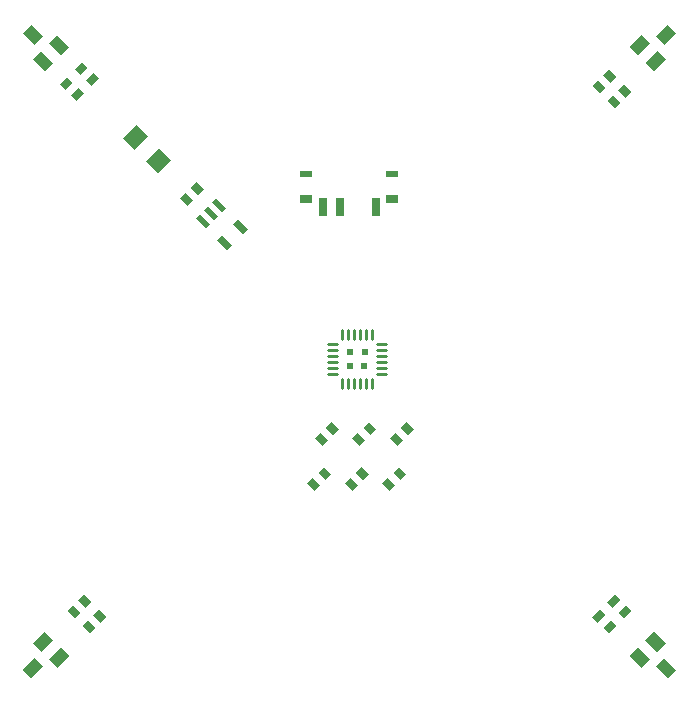
<source format=gtp>
G75*
%MOIN*%
%OFA0B0*%
%FSLAX25Y25*%
%IPPOS*%
%LPD*%
%AMOC8*
5,1,8,0,0,1.08239X$1,22.5*
%
%ADD10R,0.02756X0.03543*%
%ADD11R,0.03937X0.05512*%
%ADD12R,0.01900X0.01900*%
%ADD13C,0.01000*%
%ADD14R,0.02165X0.04724*%
%ADD15R,0.06299X0.05512*%
%ADD16R,0.02756X0.05906*%
%ADD17R,0.03937X0.02362*%
%ADD18R,0.03937X0.03150*%
D10*
G36*
X0094716Y0087213D02*
X0092767Y0085264D01*
X0090264Y0087767D01*
X0092213Y0089716D01*
X0094716Y0087213D01*
G37*
G36*
X0098336Y0090833D02*
X0096387Y0088884D01*
X0093884Y0091387D01*
X0095833Y0093336D01*
X0098336Y0090833D01*
G37*
G36*
X0098884Y0086387D02*
X0100833Y0088336D01*
X0103336Y0085833D01*
X0101387Y0083884D01*
X0098884Y0086387D01*
G37*
G36*
X0095264Y0082767D02*
X0097213Y0084716D01*
X0099716Y0082213D01*
X0097767Y0080264D01*
X0095264Y0082767D01*
G37*
G36*
X0174716Y0129713D02*
X0172767Y0127764D01*
X0170264Y0130267D01*
X0172213Y0132216D01*
X0174716Y0129713D01*
G37*
G36*
X0178336Y0133333D02*
X0176387Y0131384D01*
X0173884Y0133887D01*
X0175833Y0135836D01*
X0178336Y0133333D01*
G37*
G36*
X0187216Y0129713D02*
X0185267Y0127764D01*
X0182764Y0130267D01*
X0184713Y0132216D01*
X0187216Y0129713D01*
G37*
G36*
X0190836Y0133333D02*
X0188887Y0131384D01*
X0186384Y0133887D01*
X0188333Y0135836D01*
X0190836Y0133333D01*
G37*
G36*
X0195264Y0130267D02*
X0197213Y0132216D01*
X0199716Y0129713D01*
X0197767Y0127764D01*
X0195264Y0130267D01*
G37*
G36*
X0198884Y0133887D02*
X0200833Y0135836D01*
X0203336Y0133333D01*
X0201387Y0131384D01*
X0198884Y0133887D01*
G37*
G36*
X0197764Y0145267D02*
X0199713Y0147216D01*
X0202216Y0144713D01*
X0200267Y0142764D01*
X0197764Y0145267D01*
G37*
G36*
X0201384Y0148887D02*
X0203333Y0150836D01*
X0205836Y0148333D01*
X0203887Y0146384D01*
X0201384Y0148887D01*
G37*
G36*
X0193336Y0148333D02*
X0191387Y0146384D01*
X0188884Y0148887D01*
X0190833Y0150836D01*
X0193336Y0148333D01*
G37*
G36*
X0189716Y0144713D02*
X0187767Y0142764D01*
X0185264Y0145267D01*
X0187213Y0147216D01*
X0189716Y0144713D01*
G37*
G36*
X0180836Y0148333D02*
X0178887Y0146384D01*
X0176384Y0148887D01*
X0178333Y0150836D01*
X0180836Y0148333D01*
G37*
G36*
X0177216Y0144713D02*
X0175267Y0142764D01*
X0172764Y0145267D01*
X0174713Y0147216D01*
X0177216Y0144713D01*
G37*
G36*
X0127764Y0225267D02*
X0129713Y0227216D01*
X0132216Y0224713D01*
X0130267Y0222764D01*
X0127764Y0225267D01*
G37*
G36*
X0131384Y0228887D02*
X0133333Y0230836D01*
X0135836Y0228333D01*
X0133887Y0226384D01*
X0131384Y0228887D01*
G37*
G36*
X0098887Y0267216D02*
X0100836Y0265267D01*
X0098333Y0262764D01*
X0096384Y0264713D01*
X0098887Y0267216D01*
G37*
G36*
X0095267Y0270836D02*
X0097216Y0268887D01*
X0094713Y0266384D01*
X0092764Y0268333D01*
X0095267Y0270836D01*
G37*
G36*
X0090267Y0265836D02*
X0092216Y0263887D01*
X0089713Y0261384D01*
X0087764Y0263333D01*
X0090267Y0265836D01*
G37*
G36*
X0093887Y0262216D02*
X0095836Y0260267D01*
X0093333Y0257764D01*
X0091384Y0259713D01*
X0093887Y0262216D01*
G37*
G36*
X0269716Y0262213D02*
X0267767Y0260264D01*
X0265264Y0262767D01*
X0267213Y0264716D01*
X0269716Y0262213D01*
G37*
G36*
X0273336Y0265833D02*
X0271387Y0263884D01*
X0268884Y0266387D01*
X0270833Y0268336D01*
X0273336Y0265833D01*
G37*
G36*
X0273884Y0261387D02*
X0275833Y0263336D01*
X0278336Y0260833D01*
X0276387Y0258884D01*
X0273884Y0261387D01*
G37*
G36*
X0270264Y0257767D02*
X0272213Y0259716D01*
X0274716Y0257213D01*
X0272767Y0255264D01*
X0270264Y0257767D01*
G37*
G36*
X0272213Y0088884D02*
X0270264Y0090833D01*
X0272767Y0093336D01*
X0274716Y0091387D01*
X0272213Y0088884D01*
G37*
G36*
X0275833Y0085264D02*
X0273884Y0087213D01*
X0276387Y0089716D01*
X0278336Y0087767D01*
X0275833Y0085264D01*
G37*
G36*
X0271387Y0084716D02*
X0273336Y0082767D01*
X0270833Y0080264D01*
X0268884Y0082213D01*
X0271387Y0084716D01*
G37*
G36*
X0267767Y0088336D02*
X0269716Y0086387D01*
X0267213Y0083884D01*
X0265264Y0085833D01*
X0267767Y0088336D01*
G37*
D11*
G36*
X0079295Y0072078D02*
X0082078Y0069295D01*
X0078181Y0065398D01*
X0075398Y0068181D01*
X0079295Y0072078D01*
G37*
G36*
X0082775Y0080847D02*
X0085558Y0078064D01*
X0081661Y0074167D01*
X0078878Y0076950D01*
X0082775Y0080847D01*
G37*
G36*
X0088064Y0075558D02*
X0090847Y0072775D01*
X0086950Y0068878D01*
X0084167Y0071661D01*
X0088064Y0075558D01*
G37*
G36*
X0277753Y0072775D02*
X0280536Y0075558D01*
X0284433Y0071661D01*
X0281650Y0068878D01*
X0277753Y0072775D01*
G37*
G36*
X0283042Y0078064D02*
X0285825Y0080847D01*
X0289722Y0076950D01*
X0286939Y0074167D01*
X0283042Y0078064D01*
G37*
G36*
X0286522Y0069295D02*
X0289305Y0072078D01*
X0293202Y0068181D01*
X0290419Y0065398D01*
X0286522Y0069295D01*
G37*
G36*
X0285825Y0267753D02*
X0283042Y0270536D01*
X0286939Y0274433D01*
X0289722Y0271650D01*
X0285825Y0267753D01*
G37*
G36*
X0280536Y0273042D02*
X0277753Y0275825D01*
X0281650Y0279722D01*
X0284433Y0276939D01*
X0280536Y0273042D01*
G37*
G36*
X0289305Y0276522D02*
X0286522Y0279305D01*
X0290419Y0283202D01*
X0293202Y0280419D01*
X0289305Y0276522D01*
G37*
G36*
X0090847Y0275825D02*
X0088064Y0273042D01*
X0084167Y0276939D01*
X0086950Y0279722D01*
X0090847Y0275825D01*
G37*
G36*
X0085558Y0270536D02*
X0082775Y0267753D01*
X0078878Y0271650D01*
X0081661Y0274433D01*
X0085558Y0270536D01*
G37*
G36*
X0082078Y0279305D02*
X0079295Y0276522D01*
X0075398Y0280419D01*
X0078181Y0283202D01*
X0082078Y0279305D01*
G37*
D12*
X0184450Y0174050D03*
X0184500Y0169300D03*
X0189300Y0169300D03*
X0189450Y0174050D03*
D13*
X0193513Y0174751D02*
X0196513Y0174751D01*
X0196513Y0172774D02*
X0193513Y0172774D01*
X0193513Y0170668D02*
X0196513Y0170668D01*
X0196513Y0168681D02*
X0193513Y0168681D01*
X0193513Y0166695D02*
X0196513Y0166695D01*
X0191866Y0164947D02*
X0191866Y0161947D01*
X0189869Y0161947D02*
X0189869Y0164947D01*
X0187893Y0164947D02*
X0187893Y0161947D01*
X0185786Y0161947D02*
X0185786Y0164947D01*
X0183800Y0164947D02*
X0183800Y0161947D01*
X0181813Y0161947D02*
X0181813Y0164947D01*
X0180165Y0166695D02*
X0177165Y0166695D01*
X0177165Y0168681D02*
X0180165Y0168681D01*
X0180165Y0170668D02*
X0177165Y0170668D01*
X0177165Y0172774D02*
X0180165Y0172774D01*
X0180165Y0174751D02*
X0177165Y0174751D01*
X0177165Y0176748D02*
X0180165Y0176748D01*
X0181813Y0178495D02*
X0181813Y0181495D01*
X0183800Y0181495D02*
X0183800Y0178495D01*
X0185786Y0178495D02*
X0185786Y0181495D01*
X0187893Y0181495D02*
X0187893Y0178495D01*
X0189869Y0178495D02*
X0189869Y0181495D01*
X0191866Y0181495D02*
X0191866Y0178495D01*
X0193513Y0176748D02*
X0196513Y0176748D01*
D14*
G36*
X0145629Y0216730D02*
X0147159Y0218260D01*
X0150499Y0214920D01*
X0148969Y0213390D01*
X0145629Y0216730D01*
G37*
G36*
X0140340Y0211441D02*
X0141870Y0212971D01*
X0145210Y0209631D01*
X0143680Y0208101D01*
X0140340Y0211441D01*
G37*
G36*
X0133101Y0218680D02*
X0134631Y0220210D01*
X0137971Y0216870D01*
X0136441Y0215340D01*
X0133101Y0218680D01*
G37*
G36*
X0135746Y0221324D02*
X0137276Y0222854D01*
X0140616Y0219514D01*
X0139086Y0217984D01*
X0135746Y0221324D01*
G37*
G36*
X0138390Y0223969D02*
X0139920Y0225499D01*
X0143260Y0222159D01*
X0141730Y0220629D01*
X0138390Y0223969D01*
G37*
D15*
G36*
X0116522Y0237626D02*
X0120974Y0242078D01*
X0124872Y0238180D01*
X0120420Y0233728D01*
X0116522Y0237626D01*
G37*
G36*
X0108728Y0245420D02*
X0113180Y0249872D01*
X0117078Y0245974D01*
X0112626Y0241522D01*
X0108728Y0245420D01*
G37*
D16*
X0175442Y0222410D03*
X0181347Y0222410D03*
X0193158Y0222410D03*
D17*
X0198670Y0233237D03*
X0169930Y0233237D03*
D18*
X0169930Y0224969D03*
X0198670Y0224969D03*
M02*

</source>
